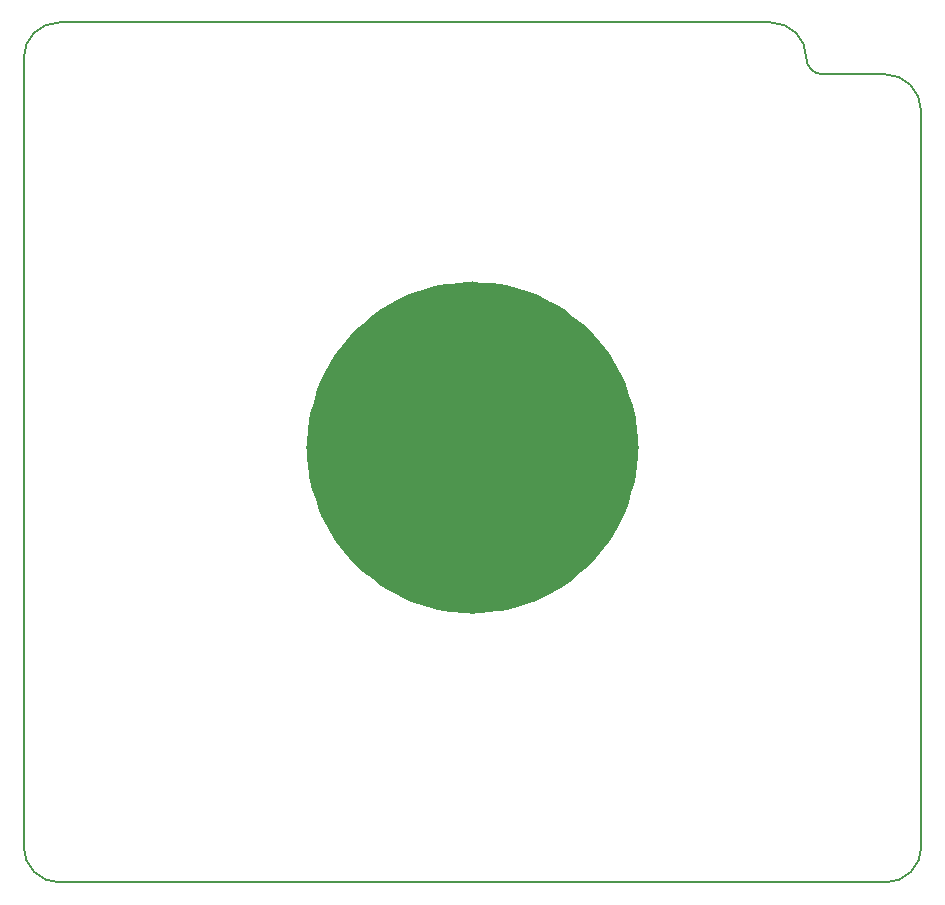
<source format=gbr>
G04 #@! TF.GenerationSoftware,KiCad,Pcbnew,6.0.0-rc1-unknown-d76c6bc884~144~ubuntu21.10.1*
G04 #@! TF.CreationDate,2021-12-01T12:13:09+00:00*
G04 #@! TF.ProjectId,tad2_top,74616432-5f74-46f7-902e-6b696361645f,1.0*
G04 #@! TF.SameCoordinates,Original*
G04 #@! TF.FileFunction,Profile,NP*
%FSLAX46Y46*%
G04 Gerber Fmt 4.6, Leading zero omitted, Abs format (unit mm)*
G04 Created by KiCad (PCBNEW 6.0.0-rc1-unknown-d76c6bc884~144~ubuntu21.10.1) date 2021-12-01 12:13:09*
%MOMM*%
%LPD*%
G01*
G04 APERTURE LIST*
G04 #@! TA.AperFunction,Profile*
%ADD10C,0.200000*%
G04 #@! TD*
G04 #@! TA.AperFunction,Profile*
%ADD11C,0.150000*%
G04 #@! TD*
G04 #@! TA.AperFunction,Profile*
%ADD12C,14.075000*%
G04 #@! TD*
G04 APERTURE END LIST*
D10*
X93700000Y-186500000D02*
X93699999Y-119699999D01*
D11*
X159962001Y-119700000D02*
G75*
G03*
X161280000Y-121088000I1389864J5D01*
G01*
X159962000Y-119700000D02*
G75*
G03*
X156962000Y-116700000I-3000001J-1D01*
G01*
D10*
X169662000Y-124136000D02*
X169700001Y-186500001D01*
X156962000Y-116700000D02*
X96699999Y-116699999D01*
X96700000Y-189500000D02*
X166700001Y-189500001D01*
D11*
X96699999Y-116699999D02*
G75*
G03*
X93699999Y-119699999I1J-3000001D01*
G01*
X166700001Y-189500001D02*
G75*
G03*
X169700001Y-186500001I-1J3000001D01*
G01*
X161280000Y-121088000D02*
X166614000Y-121088000D01*
X169662000Y-124136000D02*
G75*
G03*
X166614000Y-121088000I-3048002J-2D01*
G01*
D12*
X138737499Y-152700001D02*
G75*
G03*
X138737499Y-152700001I-7037500J0D01*
G01*
D11*
X93700000Y-186500000D02*
G75*
G03*
X96700000Y-189500000I3000001J1D01*
G01*
M02*

</source>
